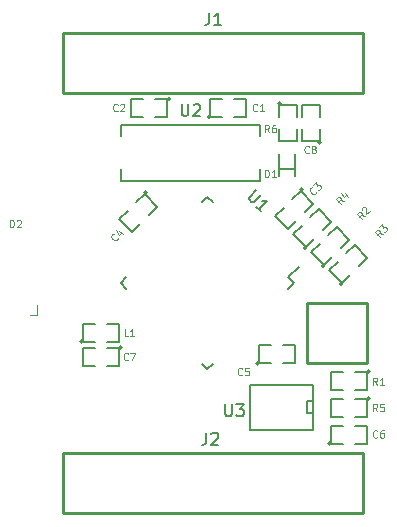
<source format=gbr>
G04 #@! TF.FileFunction,Legend,Top*
%FSLAX46Y46*%
G04 Gerber Fmt 4.6, Leading zero omitted, Abs format (unit mm)*
G04 Created by KiCad (PCBNEW (2015-08-30 BZR 6133)-product) date Fr 30 Okt 2015 20:41:11 CET*
%MOMM*%
G01*
G04 APERTURE LIST*
%ADD10C,0.100000*%
%ADD11C,0.254000*%
%ADD12C,0.203200*%
%ADD13C,0.127000*%
%ADD14C,0.101600*%
%ADD15C,0.150000*%
G04 APERTURE END LIST*
D10*
D11*
X87300000Y-84657500D02*
X112700000Y-84657500D01*
X87300000Y-79577500D02*
X112700000Y-79577500D01*
X112700000Y-79577500D02*
X112700000Y-84657500D01*
X87300000Y-84657500D02*
X87300000Y-79577500D01*
D12*
X108417000Y-109472000D02*
X108417000Y-109345000D01*
X108417000Y-109345000D02*
X103083000Y-109345000D01*
X103083000Y-113155000D02*
X108417000Y-113155000D01*
X108417000Y-113155000D02*
X108417000Y-109472000D01*
X108417000Y-111758000D02*
X107909000Y-111758000D01*
X107909000Y-111758000D02*
X107909000Y-110742000D01*
X107909000Y-110742000D02*
X108417000Y-110742000D01*
X103083000Y-113155000D02*
X103083000Y-109345000D01*
D13*
X113278000Y-108279500D02*
G75*
G03X113278000Y-108279500I-127000J0D01*
G01*
X112008000Y-108279500D02*
X113024000Y-108279500D01*
X113024000Y-108279500D02*
X113024000Y-109803500D01*
X113024000Y-109803500D02*
X112008000Y-109803500D01*
X110992000Y-109803500D02*
X109976000Y-109803500D01*
X109976000Y-109803500D02*
X109976000Y-108279500D01*
X109976000Y-108279500D02*
X110992000Y-108279500D01*
D12*
X103995420Y-87337200D02*
X103995420Y-88337960D01*
X103995420Y-92137800D02*
X103995420Y-91137040D01*
X92194580Y-92137800D02*
X92194580Y-91137040D01*
X92194580Y-87337200D02*
X92194580Y-88337960D01*
X103995420Y-87337200D02*
X92194580Y-87337200D01*
X92194580Y-92137800D02*
X103995420Y-92137800D01*
D13*
X99746000Y-86689500D02*
G75*
G03X99746000Y-86689500I-127000J0D01*
G01*
X100762000Y-86689500D02*
X99746000Y-86689500D01*
X99746000Y-86689500D02*
X99746000Y-85165500D01*
X99746000Y-85165500D02*
X100762000Y-85165500D01*
X101778000Y-85165500D02*
X102794000Y-85165500D01*
X102794000Y-85165500D02*
X102794000Y-86689500D01*
X102794000Y-86689500D02*
X101778000Y-86689500D01*
X96380500Y-85165500D02*
G75*
G03X96380500Y-85165500I-127000J0D01*
G01*
X95110500Y-85165500D02*
X96126500Y-85165500D01*
X96126500Y-85165500D02*
X96126500Y-86689500D01*
X96126500Y-86689500D02*
X95110500Y-86689500D01*
X94094500Y-86689500D02*
X93078500Y-86689500D01*
X93078500Y-86689500D02*
X93078500Y-85165500D01*
X93078500Y-85165500D02*
X94094500Y-85165500D01*
X107613618Y-92857251D02*
G75*
G03X107613618Y-92857251I-127000J0D01*
G01*
X106678395Y-93665474D02*
X107396815Y-92947054D01*
X107396815Y-92947054D02*
X108474446Y-94024685D01*
X108474446Y-94024685D02*
X107756026Y-94743105D01*
X107037605Y-95461526D02*
X106319185Y-96179946D01*
X106319185Y-96179946D02*
X105241554Y-95102315D01*
X105241554Y-95102315D02*
X105959974Y-94383895D01*
X94405618Y-93111251D02*
G75*
G03X94405618Y-93111251I-127000J0D01*
G01*
X93470395Y-93919474D02*
X94188815Y-93201054D01*
X94188815Y-93201054D02*
X95266446Y-94278685D01*
X95266446Y-94278685D02*
X94548026Y-94997105D01*
X93829605Y-95715526D02*
X93111185Y-96433946D01*
X93111185Y-96433946D02*
X92033554Y-95356315D01*
X92033554Y-95356315D02*
X92751974Y-94637895D01*
X103876000Y-107562000D02*
G75*
G03X103876000Y-107562000I-127000J0D01*
G01*
X104892000Y-107562000D02*
X103876000Y-107562000D01*
X103876000Y-107562000D02*
X103876000Y-106038000D01*
X103876000Y-106038000D02*
X104892000Y-106038000D01*
X105908000Y-106038000D02*
X106924000Y-106038000D01*
X106924000Y-106038000D02*
X106924000Y-107562000D01*
X106924000Y-107562000D02*
X105908000Y-107562000D01*
X109976000Y-114375500D02*
G75*
G03X109976000Y-114375500I-127000J0D01*
G01*
X110992000Y-114375500D02*
X109976000Y-114375500D01*
X109976000Y-114375500D02*
X109976000Y-112851500D01*
X109976000Y-112851500D02*
X110992000Y-112851500D01*
X112008000Y-112851500D02*
X113024000Y-112851500D01*
X113024000Y-112851500D02*
X113024000Y-114375500D01*
X113024000Y-114375500D02*
X112008000Y-114375500D01*
X92278000Y-106247500D02*
G75*
G03X92278000Y-106247500I-127000J0D01*
G01*
X91008000Y-106247500D02*
X92024000Y-106247500D01*
X92024000Y-106247500D02*
X92024000Y-107771500D01*
X92024000Y-107771500D02*
X91008000Y-107771500D01*
X89992000Y-107771500D02*
X88976000Y-107771500D01*
X88976000Y-107771500D02*
X88976000Y-106247500D01*
X88976000Y-106247500D02*
X89992000Y-106247500D01*
X109139000Y-88848500D02*
G75*
G03X109139000Y-88848500I-127000J0D01*
G01*
X109012000Y-87705500D02*
X109012000Y-88721500D01*
X109012000Y-88721500D02*
X107488000Y-88721500D01*
X107488000Y-88721500D02*
X107488000Y-87705500D01*
X107488000Y-86689500D02*
X107488000Y-85673500D01*
X107488000Y-85673500D02*
X109012000Y-85673500D01*
X109012000Y-85673500D02*
X109012000Y-86689500D01*
D11*
X87300000Y-120217500D02*
X112700000Y-120217500D01*
X87300000Y-115137500D02*
X112700000Y-115137500D01*
X112700000Y-115137500D02*
X112700000Y-120217500D01*
X87300000Y-120217500D02*
X87300000Y-115137500D01*
D13*
X88976000Y-105739500D02*
G75*
G03X88976000Y-105739500I-127000J0D01*
G01*
X89992000Y-105739500D02*
X88976000Y-105739500D01*
X88976000Y-105739500D02*
X88976000Y-104215500D01*
X88976000Y-104215500D02*
X89992000Y-104215500D01*
X91008000Y-104215500D02*
X92024000Y-104215500D01*
X92024000Y-104215500D02*
X92024000Y-105739500D01*
X92024000Y-105739500D02*
X91008000Y-105739500D01*
X109404382Y-99317749D02*
G75*
G03X109404382Y-99317749I-127000J0D01*
G01*
X110085605Y-98509526D02*
X109367185Y-99227946D01*
X109367185Y-99227946D02*
X108289554Y-98150315D01*
X108289554Y-98150315D02*
X109007974Y-97431895D01*
X109726395Y-96713474D02*
X110444815Y-95995054D01*
X110444815Y-95995054D02*
X111522446Y-97072685D01*
X111522446Y-97072685D02*
X110804026Y-97791105D01*
X110928382Y-100841749D02*
G75*
G03X110928382Y-100841749I-127000J0D01*
G01*
X111609605Y-100033526D02*
X110891185Y-100751946D01*
X110891185Y-100751946D02*
X109813554Y-99674315D01*
X109813554Y-99674315D02*
X110531974Y-98955895D01*
X111250395Y-98237474D02*
X111968815Y-97519054D01*
X111968815Y-97519054D02*
X113046446Y-98596685D01*
X113046446Y-98596685D02*
X112328026Y-99315105D01*
X107880382Y-97793749D02*
G75*
G03X107880382Y-97793749I-127000J0D01*
G01*
X108561605Y-96985526D02*
X107843185Y-97703946D01*
X107843185Y-97703946D02*
X106765554Y-96626315D01*
X106765554Y-96626315D02*
X107483974Y-95907895D01*
X108202395Y-95189474D02*
X108920815Y-94471054D01*
X108920815Y-94471054D02*
X109998446Y-95548685D01*
X109998446Y-95548685D02*
X109280026Y-96267105D01*
X113278000Y-110565500D02*
G75*
G03X113278000Y-110565500I-127000J0D01*
G01*
X112008000Y-110565500D02*
X113024000Y-110565500D01*
X113024000Y-110565500D02*
X113024000Y-112089500D01*
X113024000Y-112089500D02*
X112008000Y-112089500D01*
X110992000Y-112089500D02*
X109976000Y-112089500D01*
X109976000Y-112089500D02*
X109976000Y-110565500D01*
X109976000Y-110565500D02*
X110992000Y-110565500D01*
X105715000Y-85546500D02*
G75*
G03X105715000Y-85546500I-127000J0D01*
G01*
X105588000Y-86689500D02*
X105588000Y-85673500D01*
X105588000Y-85673500D02*
X107112000Y-85673500D01*
X107112000Y-85673500D02*
X107112000Y-86689500D01*
X107112000Y-87705500D02*
X107112000Y-88721500D01*
X107112000Y-88721500D02*
X105588000Y-88721500D01*
X105588000Y-88721500D02*
X105588000Y-87705500D01*
X106925640Y-91104020D02*
X105574360Y-91104020D01*
X106925640Y-89854340D02*
X106925640Y-91652660D01*
X105574360Y-91652660D02*
X105574360Y-89854340D01*
D11*
X113040000Y-102460000D02*
X107960000Y-102460000D01*
X107960000Y-102460000D02*
X107960000Y-107540000D01*
X107960000Y-107540000D02*
X113040000Y-107540000D01*
X113040000Y-107540000D02*
X113040000Y-102460000D01*
D14*
X85099120Y-102637980D02*
X85099120Y-103448240D01*
X85099120Y-103448240D02*
X84520000Y-103448240D01*
D15*
X106818555Y-100750000D02*
X106341258Y-100272703D01*
X99500000Y-108068555D02*
X99022703Y-107591258D01*
X92181445Y-100750000D02*
X92658742Y-101227297D01*
X99500000Y-93431445D02*
X99977297Y-93908742D01*
X106818555Y-100750000D02*
X106341258Y-101227297D01*
X99500000Y-93431445D02*
X99022703Y-93908742D01*
X92181445Y-100750000D02*
X92658742Y-100272703D01*
X99500000Y-108068555D02*
X99977297Y-107591258D01*
X106341258Y-100272703D02*
X107242819Y-99371142D01*
X99666667Y-77869881D02*
X99666667Y-78584167D01*
X99619047Y-78727024D01*
X99523809Y-78822262D01*
X99380952Y-78869881D01*
X99285714Y-78869881D01*
X100666667Y-78869881D02*
X100095238Y-78869881D01*
X100380952Y-78869881D02*
X100380952Y-77869881D01*
X100285714Y-78012738D01*
X100190476Y-78107976D01*
X100095238Y-78155595D01*
X101016095Y-111033881D02*
X101016095Y-111843405D01*
X101063714Y-111938643D01*
X101111333Y-111986262D01*
X101206571Y-112033881D01*
X101397048Y-112033881D01*
X101492286Y-111986262D01*
X101539905Y-111938643D01*
X101587524Y-111843405D01*
X101587524Y-111033881D01*
X101968476Y-111033881D02*
X102587524Y-111033881D01*
X102254190Y-111414833D01*
X102397048Y-111414833D01*
X102492286Y-111462452D01*
X102539905Y-111510071D01*
X102587524Y-111605310D01*
X102587524Y-111843405D01*
X102539905Y-111938643D01*
X102492286Y-111986262D01*
X102397048Y-112033881D01*
X102111333Y-112033881D01*
X102016095Y-111986262D01*
X101968476Y-111938643D01*
D14*
X113898401Y-109367271D02*
X113695201Y-109076986D01*
X113550058Y-109367271D02*
X113550058Y-108757671D01*
X113782286Y-108757671D01*
X113840344Y-108786700D01*
X113869372Y-108815729D01*
X113898401Y-108873786D01*
X113898401Y-108960871D01*
X113869372Y-109018929D01*
X113840344Y-109047957D01*
X113782286Y-109076986D01*
X113550058Y-109076986D01*
X114478972Y-109367271D02*
X114130629Y-109367271D01*
X114304801Y-109367271D02*
X114304801Y-108757671D01*
X114246744Y-108844757D01*
X114188686Y-108902814D01*
X114130629Y-108931843D01*
D15*
X97333095Y-85589881D02*
X97333095Y-86399405D01*
X97380714Y-86494643D01*
X97428333Y-86542262D01*
X97523571Y-86589881D01*
X97714048Y-86589881D01*
X97809286Y-86542262D01*
X97856905Y-86494643D01*
X97904524Y-86399405D01*
X97904524Y-85589881D01*
X98333095Y-85685119D02*
X98380714Y-85637500D01*
X98475952Y-85589881D01*
X98714048Y-85589881D01*
X98809286Y-85637500D01*
X98856905Y-85685119D01*
X98904524Y-85780357D01*
X98904524Y-85875595D01*
X98856905Y-86018452D01*
X98285476Y-86589881D01*
X98904524Y-86589881D01*
D14*
X103708401Y-86145214D02*
X103679372Y-86174243D01*
X103592286Y-86203271D01*
X103534229Y-86203271D01*
X103447144Y-86174243D01*
X103389086Y-86116186D01*
X103360058Y-86058129D01*
X103331029Y-85942014D01*
X103331029Y-85854929D01*
X103360058Y-85738814D01*
X103389086Y-85680757D01*
X103447144Y-85622700D01*
X103534229Y-85593671D01*
X103592286Y-85593671D01*
X103679372Y-85622700D01*
X103708401Y-85651729D01*
X104288972Y-86203271D02*
X103940629Y-86203271D01*
X104114801Y-86203271D02*
X104114801Y-85593671D01*
X104056744Y-85680757D01*
X103998686Y-85738814D01*
X103940629Y-85767843D01*
X91900901Y-86145214D02*
X91871872Y-86174243D01*
X91784786Y-86203271D01*
X91726729Y-86203271D01*
X91639644Y-86174243D01*
X91581586Y-86116186D01*
X91552558Y-86058129D01*
X91523529Y-85942014D01*
X91523529Y-85854929D01*
X91552558Y-85738814D01*
X91581586Y-85680757D01*
X91639644Y-85622700D01*
X91726729Y-85593671D01*
X91784786Y-85593671D01*
X91871872Y-85622700D01*
X91900901Y-85651729D01*
X92133129Y-85651729D02*
X92162158Y-85622700D01*
X92220215Y-85593671D01*
X92365358Y-85593671D01*
X92423415Y-85622700D01*
X92452444Y-85651729D01*
X92481472Y-85709786D01*
X92481472Y-85767843D01*
X92452444Y-85854929D01*
X92104101Y-86203271D01*
X92481472Y-86203271D01*
X108718106Y-93011288D02*
X108718106Y-93052342D01*
X108677052Y-93134447D01*
X108636000Y-93175499D01*
X108553896Y-93216552D01*
X108471790Y-93216552D01*
X108410212Y-93196026D01*
X108307579Y-93134447D01*
X108246001Y-93072868D01*
X108184422Y-92970236D01*
X108163895Y-92908657D01*
X108163896Y-92826552D01*
X108204948Y-92744447D01*
X108246000Y-92703394D01*
X108328106Y-92662342D01*
X108369159Y-92662342D01*
X108471790Y-92477604D02*
X108738632Y-92210763D01*
X108759158Y-92518658D01*
X108820737Y-92457079D01*
X108882316Y-92436553D01*
X108923369Y-92436552D01*
X108984947Y-92457079D01*
X109087579Y-92559710D01*
X109108105Y-92621289D01*
X109108105Y-92662342D01*
X109087579Y-92723920D01*
X108964421Y-92847078D01*
X108902842Y-92867605D01*
X108861790Y-92867604D01*
X91932106Y-96943288D02*
X91932106Y-96984342D01*
X91891052Y-97066447D01*
X91850000Y-97107499D01*
X91767896Y-97148552D01*
X91685790Y-97148552D01*
X91624212Y-97128026D01*
X91521579Y-97066447D01*
X91460001Y-97004868D01*
X91398422Y-96902236D01*
X91377895Y-96840657D01*
X91377896Y-96758552D01*
X91418948Y-96676447D01*
X91460000Y-96635394D01*
X91542106Y-96594342D01*
X91583159Y-96594342D01*
X92055263Y-96327499D02*
X92342631Y-96614868D01*
X91788422Y-96265921D02*
X91993684Y-96676447D01*
X92260526Y-96409604D01*
X102438401Y-108497214D02*
X102409372Y-108526243D01*
X102322286Y-108555271D01*
X102264229Y-108555271D01*
X102177144Y-108526243D01*
X102119086Y-108468186D01*
X102090058Y-108410129D01*
X102061029Y-108294014D01*
X102061029Y-108206929D01*
X102090058Y-108090814D01*
X102119086Y-108032757D01*
X102177144Y-107974700D01*
X102264229Y-107945671D01*
X102322286Y-107945671D01*
X102409372Y-107974700D01*
X102438401Y-108003729D01*
X102989944Y-107945671D02*
X102699658Y-107945671D01*
X102670629Y-108235957D01*
X102699658Y-108206929D01*
X102757715Y-108177900D01*
X102902858Y-108177900D01*
X102960915Y-108206929D01*
X102989944Y-108235957D01*
X103018972Y-108294014D01*
X103018972Y-108439157D01*
X102989944Y-108497214D01*
X102960915Y-108526243D01*
X102902858Y-108555271D01*
X102757715Y-108555271D01*
X102699658Y-108526243D01*
X102670629Y-108497214D01*
X113898401Y-113781214D02*
X113869372Y-113810243D01*
X113782286Y-113839271D01*
X113724229Y-113839271D01*
X113637144Y-113810243D01*
X113579086Y-113752186D01*
X113550058Y-113694129D01*
X113521029Y-113578014D01*
X113521029Y-113490929D01*
X113550058Y-113374814D01*
X113579086Y-113316757D01*
X113637144Y-113258700D01*
X113724229Y-113229671D01*
X113782286Y-113229671D01*
X113869372Y-113258700D01*
X113898401Y-113287729D01*
X114420915Y-113229671D02*
X114304801Y-113229671D01*
X114246744Y-113258700D01*
X114217715Y-113287729D01*
X114159658Y-113374814D01*
X114130629Y-113490929D01*
X114130629Y-113723157D01*
X114159658Y-113781214D01*
X114188686Y-113810243D01*
X114246744Y-113839271D01*
X114362858Y-113839271D01*
X114420915Y-113810243D01*
X114449944Y-113781214D01*
X114478972Y-113723157D01*
X114478972Y-113578014D01*
X114449944Y-113519957D01*
X114420915Y-113490929D01*
X114362858Y-113461900D01*
X114246744Y-113461900D01*
X114188686Y-113490929D01*
X114159658Y-113519957D01*
X114130629Y-113578014D01*
X92786401Y-107227214D02*
X92757372Y-107256243D01*
X92670286Y-107285271D01*
X92612229Y-107285271D01*
X92525144Y-107256243D01*
X92467086Y-107198186D01*
X92438058Y-107140129D01*
X92409029Y-107024014D01*
X92409029Y-106936929D01*
X92438058Y-106820814D01*
X92467086Y-106762757D01*
X92525144Y-106704700D01*
X92612229Y-106675671D01*
X92670286Y-106675671D01*
X92757372Y-106704700D01*
X92786401Y-106733729D01*
X92989601Y-106675671D02*
X93396001Y-106675671D01*
X93134744Y-107285271D01*
X108098401Y-89701214D02*
X108069372Y-89730243D01*
X107982286Y-89759271D01*
X107924229Y-89759271D01*
X107837144Y-89730243D01*
X107779086Y-89672186D01*
X107750058Y-89614129D01*
X107721029Y-89498014D01*
X107721029Y-89410929D01*
X107750058Y-89294814D01*
X107779086Y-89236757D01*
X107837144Y-89178700D01*
X107924229Y-89149671D01*
X107982286Y-89149671D01*
X108069372Y-89178700D01*
X108098401Y-89207729D01*
X108446744Y-89410929D02*
X108388686Y-89381900D01*
X108359658Y-89352871D01*
X108330629Y-89294814D01*
X108330629Y-89265786D01*
X108359658Y-89207729D01*
X108388686Y-89178700D01*
X108446744Y-89149671D01*
X108562858Y-89149671D01*
X108620915Y-89178700D01*
X108649944Y-89207729D01*
X108678972Y-89265786D01*
X108678972Y-89294814D01*
X108649944Y-89352871D01*
X108620915Y-89381900D01*
X108562858Y-89410929D01*
X108446744Y-89410929D01*
X108388686Y-89439957D01*
X108359658Y-89468986D01*
X108330629Y-89527043D01*
X108330629Y-89643157D01*
X108359658Y-89701214D01*
X108388686Y-89730243D01*
X108446744Y-89759271D01*
X108562858Y-89759271D01*
X108620915Y-89730243D01*
X108649944Y-89701214D01*
X108678972Y-89643157D01*
X108678972Y-89527043D01*
X108649944Y-89468986D01*
X108620915Y-89439957D01*
X108562858Y-89410929D01*
D15*
X99412667Y-113429881D02*
X99412667Y-114144167D01*
X99365047Y-114287024D01*
X99269809Y-114382262D01*
X99126952Y-114429881D01*
X99031714Y-114429881D01*
X99841238Y-113525119D02*
X99888857Y-113477500D01*
X99984095Y-113429881D01*
X100222191Y-113429881D01*
X100317429Y-113477500D01*
X100365048Y-113525119D01*
X100412667Y-113620357D01*
X100412667Y-113715595D01*
X100365048Y-113858452D01*
X99793619Y-114429881D01*
X100412667Y-114429881D01*
D14*
X92786401Y-105253271D02*
X92496115Y-105253271D01*
X92496115Y-104643671D01*
X93308915Y-105253271D02*
X92960572Y-105253271D01*
X93134744Y-105253271D02*
X93134744Y-104643671D01*
X93076687Y-104730757D01*
X93018629Y-104788814D01*
X92960572Y-104817843D01*
X112823158Y-95084341D02*
X112474212Y-95022762D01*
X112576843Y-95330657D02*
X112145790Y-94899604D01*
X112310000Y-94735394D01*
X112371580Y-94714868D01*
X112412633Y-94714868D01*
X112474212Y-94735394D01*
X112535790Y-94796973D01*
X112556317Y-94858552D01*
X112556317Y-94899604D01*
X112535790Y-94961184D01*
X112371580Y-95125394D01*
X112597369Y-94530132D02*
X112597369Y-94489079D01*
X112617895Y-94427499D01*
X112720527Y-94324868D01*
X112782106Y-94304342D01*
X112823159Y-94304342D01*
X112884737Y-94324869D01*
X112925790Y-94365921D01*
X112966843Y-94448026D01*
X112966842Y-94940657D01*
X113233684Y-94673815D01*
X114347158Y-96608341D02*
X113998212Y-96546762D01*
X114100843Y-96854657D02*
X113669790Y-96423604D01*
X113834000Y-96259394D01*
X113895580Y-96238868D01*
X113936633Y-96238868D01*
X113998212Y-96259394D01*
X114059790Y-96320973D01*
X114080317Y-96382552D01*
X114080317Y-96423604D01*
X114059790Y-96485184D01*
X113895580Y-96649394D01*
X114059790Y-96033604D02*
X114326632Y-95766763D01*
X114347158Y-96074658D01*
X114408737Y-96013079D01*
X114470316Y-95992553D01*
X114511369Y-95992552D01*
X114572947Y-96013079D01*
X114675579Y-96115710D01*
X114696105Y-96177289D01*
X114696105Y-96218342D01*
X114675579Y-96279920D01*
X114552421Y-96403078D01*
X114490842Y-96423605D01*
X114449790Y-96423604D01*
X111045158Y-93814341D02*
X110696212Y-93752762D01*
X110798843Y-94060657D02*
X110367790Y-93629604D01*
X110532000Y-93465394D01*
X110593580Y-93444868D01*
X110634633Y-93444868D01*
X110696212Y-93465394D01*
X110757790Y-93526973D01*
X110778317Y-93588552D01*
X110778317Y-93629604D01*
X110757790Y-93691184D01*
X110593580Y-93855394D01*
X111127263Y-93157499D02*
X111414631Y-93444868D01*
X110860422Y-93095921D02*
X111065684Y-93506447D01*
X111332526Y-93239604D01*
X113898401Y-111603271D02*
X113695201Y-111312986D01*
X113550058Y-111603271D02*
X113550058Y-110993671D01*
X113782286Y-110993671D01*
X113840344Y-111022700D01*
X113869372Y-111051729D01*
X113898401Y-111109786D01*
X113898401Y-111196871D01*
X113869372Y-111254929D01*
X113840344Y-111283957D01*
X113782286Y-111312986D01*
X113550058Y-111312986D01*
X114449944Y-110993671D02*
X114159658Y-110993671D01*
X114130629Y-111283957D01*
X114159658Y-111254929D01*
X114217715Y-111225900D01*
X114362858Y-111225900D01*
X114420915Y-111254929D01*
X114449944Y-111283957D01*
X114478972Y-111342014D01*
X114478972Y-111487157D01*
X114449944Y-111545214D01*
X114420915Y-111574243D01*
X114362858Y-111603271D01*
X114217715Y-111603271D01*
X114159658Y-111574243D01*
X114130629Y-111545214D01*
X104724401Y-87981271D02*
X104521201Y-87690986D01*
X104376058Y-87981271D02*
X104376058Y-87371671D01*
X104608286Y-87371671D01*
X104666344Y-87400700D01*
X104695372Y-87429729D01*
X104724401Y-87487786D01*
X104724401Y-87574871D01*
X104695372Y-87632929D01*
X104666344Y-87661957D01*
X104608286Y-87690986D01*
X104376058Y-87690986D01*
X105246915Y-87371671D02*
X105130801Y-87371671D01*
X105072744Y-87400700D01*
X105043715Y-87429729D01*
X104985658Y-87516814D01*
X104956629Y-87632929D01*
X104956629Y-87865157D01*
X104985658Y-87923214D01*
X105014686Y-87952243D01*
X105072744Y-87981271D01*
X105188858Y-87981271D01*
X105246915Y-87952243D01*
X105275944Y-87923214D01*
X105304972Y-87865157D01*
X105304972Y-87720014D01*
X105275944Y-87661957D01*
X105246915Y-87632929D01*
X105188858Y-87603900D01*
X105072744Y-87603900D01*
X105014686Y-87632929D01*
X104985658Y-87661957D01*
X104956629Y-87720014D01*
X104376058Y-91791271D02*
X104376058Y-91181671D01*
X104521201Y-91181671D01*
X104608286Y-91210700D01*
X104666344Y-91268757D01*
X104695372Y-91326814D01*
X104724401Y-91442929D01*
X104724401Y-91530014D01*
X104695372Y-91646129D01*
X104666344Y-91704186D01*
X104608286Y-91762243D01*
X104521201Y-91791271D01*
X104376058Y-91791271D01*
X105304972Y-91791271D02*
X104956629Y-91791271D01*
X105130801Y-91791271D02*
X105130801Y-91181671D01*
X105072744Y-91268757D01*
X105014686Y-91326814D01*
X104956629Y-91355843D01*
X82800058Y-96025771D02*
X82800058Y-95416171D01*
X82945201Y-95416171D01*
X83032286Y-95445200D01*
X83090344Y-95503257D01*
X83119372Y-95561314D01*
X83148401Y-95677429D01*
X83148401Y-95764514D01*
X83119372Y-95880629D01*
X83090344Y-95938686D01*
X83032286Y-95996743D01*
X82945201Y-96025771D01*
X82800058Y-96025771D01*
X83380629Y-95474229D02*
X83409658Y-95445200D01*
X83467715Y-95416171D01*
X83612858Y-95416171D01*
X83670915Y-95445200D01*
X83699944Y-95474229D01*
X83728972Y-95532286D01*
X83728972Y-95590343D01*
X83699944Y-95677429D01*
X83351601Y-96025771D01*
X83728972Y-96025771D01*
D15*
X103658477Y-92875527D02*
X103086057Y-93447947D01*
X103052385Y-93548962D01*
X103052385Y-93616305D01*
X103086057Y-93717320D01*
X103220745Y-93852008D01*
X103321760Y-93885680D01*
X103389103Y-93885680D01*
X103490118Y-93852008D01*
X104062538Y-93279588D01*
X104062538Y-94693802D02*
X103658477Y-94289740D01*
X103860507Y-94491771D02*
X104567614Y-93784664D01*
X104399255Y-93818336D01*
X104264569Y-93818336D01*
X104163553Y-93784664D01*
M02*

</source>
